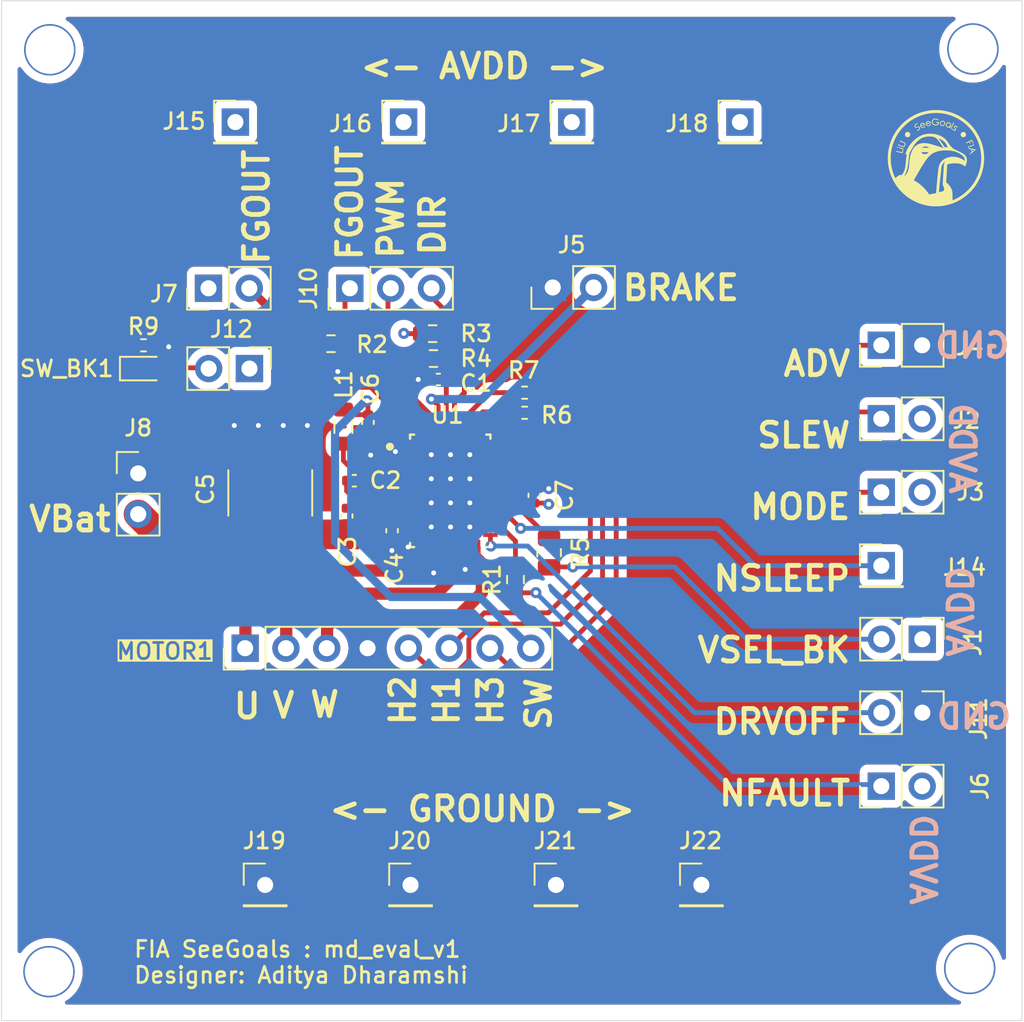
<source format=kicad_pcb>
(kicad_pcb (version 20241229) (generator "pcbnew") (generator_version "9.0")
  (layers (0 "F.Cu" signal) (4 "In1.Cu" signal) (6 "In2.Cu" signal) (2 "B.Cu" signal) (13 "F.Paste" user) (15 "B.Paste" user) (5 "F.SilkS" user "F.Silkscreen") (7 "B.SilkS" user "B.Silkscreen") (1 "F.Mask" user) (3 "B.Mask" user) (25 "Edge.Cuts" user))
  (net 0 "")
  (net 1 "Net-(U1-ILIM)")
  (net 2 "GND")
  (net 3 "Net-(U1-CPH)")
  (net 4 "Net-(U1-CPL)")
  (net 5 "Net-(U1-CP)")
  (net 6 "/Vbat")
  (net 7 "/SW_BK")
  (net 8 "/AVDD")
  (net 9 "Net-(J1-Pin_2)")
  (net 10 "Net-(J2-Pin_1)")
  (net 11 "Net-(J3-Pin_1)")
  (net 12 "Net-(J4-Pin_1)")
  (net 13 "Net-(J5-Pin_2)")
  (net 14 "Net-(J6-Pin_1)")
  (net 15 "Net-(J7-Pin_2)")
  (net 16 "Net-(U1-SW_BK)")
  (net 17 "/H1")
  (net 18 "/H3")
  (net 19 "/W")
  (net 20 "/U")
  (net 21 "/V")
  (net 22 "/H2")
  (net 23 "/PWM")
  (net 24 "/DIR")
  (net 25 "/FGOUT")
  (net 26 "/nFault")
  (net 27 "Net-(U1-VSEL_BK)")
  (net 28 "Net-(U1-SLEW)")
  (net 29 "Net-(U1-ADVANCE)")
  (net 34 "Net-(J11-Pin_2)")
  (net 35 "Net-(SW_BK1-K)")
  (net 36 "Net-(J14-Pin_1)")
  (net 37 "Net-(J12-Pin_2)")
  (footprint "Connector_PinHeader_2.54mm:PinHeader_1x02_P2.54mm_Vertical" (layer "F.Cu") (at 154.95 57.675)
    (property "Reference" "J8" (at 0 -2.825 0) (layer "F.SilkS") (effects (font (thickness 0.17018))))
    (property "Value" "Conn_01x02")
    (pad "1" thru_hole rect (at 0 0) (size 1.7 1.7) (drill 1) (layers "*.Cu" "*.Mask") (net 2 "GND"))
    (pad "2" thru_hole oval (at 0 2.54) (size 1.7 1.7) (drill 1) (layers "*.Cu" "*.Mask") (net 6 "/Vbat"))
  )
  (footprint "Connector_PinHeader_2.54mm:PinHeader_1x01_P2.54mm_Vertical" (layer "F.Cu") (at 161 35.8)
    (property "Reference" "J15" (at -3.2 -0.05 0) (layer "F.SilkS") (effects (font (thickness 0.17018))))
    (property "Value" "Conn_01x01")
    (pad "1" thru_hole rect (at 0 0) (size 1.7 1.7) (drill 1) (layers "*.Cu" "*.Mask") (net 8 "/AVDD"))
  )
  (footprint "Resistor_SMD:R_0603_1608Metric" (layer "F.Cu") (at 166.95 49.6)
    (property "Reference" "R2" (at 2.55 0.05 0) (layer "F.SilkS") (effects (font (thickness 0.17018))))
    (property "Value" "5k1")
    (pad "1" smd roundrect (at -0.825 0) (size 0.8 0.95) (layers "F.Cu" "F.Mask" "F.Paste") (net 15 "Net-(J7-Pin_2)"))
    (pad "2" smd roundrect (at 0.825 0) (size 0.8 0.95) (layers "F.Cu" "F.Mask" "F.Paste") (net 25 "/FGOUT"))
  )
  (footprint "Capacitor_SMD:C_2220_5750Metric" (layer "F.Cu") (at 163.1698 58.894438 90)
    (property "Reference" "C5" (at 0.232 -4.0298 90) (layer "F.SilkS") (effects (font (thickness 0.17018))))
    (property "Value" "22uF")
    (pad "1" smd roundrect (at -2.55 0 90) (size 1.8 5.4) (layers "F.Cu" "F.Mask" "F.Paste") (roundrect_rratio 0.138889) (net 6 "/Vbat"))
    (pad "2" smd roundrect (at 2.55 0 90) (size 1.8 5.4) (layers "F.Cu" "F.Mask" "F.Paste") (roundrect_rratio 0.138889) (net 2 "GND"))
  )
  (footprint "Connector_PinHeader_2.54mm:PinHeader_1x02_P2.54mm_Vertical" (layer "F.Cu") (at 161.875 51.15 -90)
    (property "Reference" "J12" (at -2.45 1.125 180) (layer "F.SilkS") (effects (font (thickness 0.17018))))
    (property "Value" "Conn_01x02")
    (pad "1" thru_hole rect (at 0 0 270) (size 1.7 1.7) (drill 1) (layers "*.Cu" "*.Mask") (net 7 "/SW_BK"))
    (pad "2" thru_hole oval (at 0 2.54 270) (size 1.7 1.7) (drill 1) (layers "*.Cu" "*.Mask") (net 37 "Net-(J12-Pin_2)"))
  )
  (footprint "Connector_PinHeader_2.54mm:PinHeader_1x01_P2.54mm_Vertical" (layer "F.Cu") (at 201.2 63.425)
    (property "Reference" "J14" (at 5.175 0.1 0) (layer "F.SilkS") (effects (font (thickness 0.17018))))
    (property "Value" "Conn_01x01")
    (pad "1" thru_hole rect (at 0 0) (size 1.7 1.7) (drill 1) (layers "*.Cu" "*.Mask") (net 36 "Net-(J14-Pin_1)"))
  )
  (footprint "Capacitor_SMD:C_0402_1005Metric" (layer "F.Cu") (at 167.925 60.325 -90)
    (property "Reference" "C3" (at 2.234954 -0.054933 90) (layer "F.SilkS") (effects (font (thickness 0.17018))))
    (property "Value" "1uF")
    (pad "1" smd roundrect (at -0.48 0 270) (size 0.56 0.62) (layers "F.Cu" "F.Mask" "F.Paste") (net 5 "Net-(U1-CP)"))
    (pad "2" smd roundrect (at 0.48 0 270) (size 0.56 0.62) (layers "F.Cu" "F.Mask" "F.Paste") (net 6 "/Vbat"))
  )
  (footprint "Connector_PinHeader_2.54mm:PinHeader_1x01_P2.54mm_Vertical" (layer "F.Cu") (at 162.85 83.3)
    (property "Reference" "J19" (at -0.05 -2.75 0) (layer "F.SilkS") (effects (font (thickness 0.17018))))
    (property "Value" "Conn_01x01")
    (pad "1" thru_hole rect (at 0 0) (size 1.7 1.7) (drill 1) (layers "*.Cu" "*.Mask") (net 2 "GND"))
  )
  (footprint "Connector_PinHeader_2.54mm:PinHeader_1x08_P2.54mm_Vertical" (layer "F.Cu") (at 161.604933 68.559954 90)
    (property "Reference" "MOTOR1" (at -0.190046 -5.004933 0) (layer "F.SilkS" knockout) (effects (font (thickness 0.17018) (bold yes))))
    (property "Value" "Conn_01x08")
    (pad "1" thru_hole rect (at 0 0 90) (size 1.7 1.7) (drill 1) (layers "*.Cu" "*.Mask") (net 20 "/U"))
    (pad "2" thru_hole oval (at 0 2.54 90) (size 1.7 1.7) (drill 1) (layers "*.Cu" "*.Mask") (net 21 "/V"))
    (pad "3" thru_hole oval (at 0 5.079999 90) (size 1.7 1.7) (drill 1) (layers "*.Cu" "*.Mask") (net 19 "/W"))
    (pad "4" thru_hole oval (at 0 7.62 90) (size 1.7 1.7) (drill 1) (layers "*.Cu" "*.Mask") (net 2 "GND"))
    (pad "5" thru_hole oval (at 0 10.16 90) (size 1.7 1.7) (drill 1) (layers "*.Cu" "*.Mask") (net 22 "/H2"))
    (pad "6" thru_hole oval (at 0 12.7 90) (size 1.7 1.7) (drill 1) (layers "*.Cu" "*.Mask") (net 17 "/H1"))
    (pad "7" thru_hole oval (at 0 15.24 90) (size 1.7 1.7) (drill 1) (layers "*.Cu" "*.Mask") (net 18 "/H3"))
    (pad "8" thru_hole oval (at 0 17.780001 90) (size 1.7 1.7) (drill 1) (layers "*.Cu" "*.Mask") (net 7 "/SW_BK"))
  )
  (footprint "Connector_PinHeader_2.54mm:PinHeader_1x02_P2.54mm_Vertical" (layer "F.Cu") (at 180.75 46.1 90)
    (property "Reference" "J5" (at 2.65 1.174999 0) (layer "F.SilkS") (effects (font (thickness 0.17018))))
    (property "Value" "Conn_01x02")
    (pad "1" thru_hole rect (at 0 0 90) (size 1.7 1.7) (drill 1) (layers "*.Cu" "*.Mask") (net 2 "GND"))
    (pad "2" thru_hole oval (at 0 2.54 90) (size 1.7 1.7) (drill 1) (layers "*.Cu" "*.Mask") (net 13 "Net-(J5-Pin_2)"))
  )
  (footprint "" (layer "F.Cu") (at 149.45 31.3)
    (property "Reference" "MH2" (hide yes))
    (property "Value" "" (hide yes))
    (pad "" np_thru_hole circle (at 0 0) (size 3.2 3.2) (drill 3) (layers "*.Cu" "*.Mask"))
  )
  (footprint "Connector_PinHeader_2.54mm:PinHeader_1x02_P2.54mm_Vertical" (layer "F.Cu") (at 201.2 54.275 90)
    (property "Reference" "J2" (at -0.1 5.3 180) (layer "F.SilkS") (effects (font (thickness 0.17018))))
    (property "Value" "Conn_01x02")
    (pad "1" thru_hole rect (at 0 0 90) (size 1.7 1.7) (drill 1) (layers "*.Cu" "*.Mask") (net 10 "Net-(J2-Pin_1)"))
    (pad "2" thru_hole oval (at 0 2.54 90) (size 1.7 1.7) (drill 1) (layers "*.Cu" "*.Mask") (net 8 "/AVDD"))
  )
  (footprint "Resistor_SMD:R_0805_2012Metric" (layer "F.Cu") (at 180.520927 62.612401 -90)
    (property "Reference" "R5" (at 0 -1.959006 90) (layer "F.SilkS") (effects (font (thickness 0.17018))))
    (property "Value" "1M")
    (pad "1" smd roundrect (at -0.9125 0 270) (size 1.025 1.4) (layers "F.Cu" "F.Mask" "F.Paste") (roundrect_rratio 0.243902) (net 27 "Net-(U1-VSEL_BK)"))
    (pad "2" smd roundrect (at 0.9125 0 270) (size 1.025 1.4) (layers "F.Cu" "F.Mask" "F.Paste") (roundrect_rratio 0.243902) (net 9 "Net-(J1-Pin_2)"))
  )
  (footprint "Connector_PinHeader_2.54mm:PinHeader_1x02_P2.54mm_Vertical" (layer "F.Cu") (at 201.2 49.7 90)
    (property "Reference" "J4" (at -0.1 5.5 180) (layer "F.SilkS") (effects (font (thickness 0.17018))))
    (property "Value" "Conn_01x02")
    (pad "1" thru_hole rect (at 0 0 90) (size 1.7 1.7) (drill 1) (layers "*.Cu" "*.Mask") (net 12 "Net-(J4-Pin_1)"))
    (pad "2" thru_hole oval (at 0 2.54 90) (size 1.7 1.7) (drill 1) (layers "*.Cu" "*.Mask") (net 2 "GND"))
  )
  (footprint "Connector_PinHeader_2.54mm:PinHeader_1x02_P2.54mm_Vertical" (layer "F.Cu") (at 201.2 77.15 90)
    (property "Reference" "J6" (at 0 6.145 90) (layer "F.SilkS") (effects (font (thickness 0.17018))))
    (property "Value" "Conn_01x02")
    (pad "1" thru_hole rect (at 0 0 90) (size 1.7 1.7) (drill 1) (layers "*.Cu" "*.Mask") (net 14 "Net-(J6-Pin_1)"))
    (pad "2" thru_hole oval (at 0 2.54 90) (size 1.7 1.7) (drill 1) (layers "*.Cu" "*.Mask") (net 8 "/AVDD"))
  )
  (footprint "Resistor_SMD:R_0603_1608Metric" (layer "F.Cu") (at 173.325 50.525 180)
    (property "Reference" "R4" (at -2.654933 0 0) (layer "F.SilkS") (effects (font (thickness 0.17018))))
    (property "Value" "20k")
    (pad "1" smd roundrect (at -0.825 0 180) (size 0.8 0.95) (layers "F.Cu" "F.Mask" "F.Paste") (net 1 "Net-(U1-ILIM)"))
    (pad "2" smd roundrect (at 0.825 0 180) (size 0.8 0.95) (layers "F.Cu" "F.Mask" "F.Paste") (net 2 "GND"))
  )
  (footprint "" (layer "F.Cu") (at 206.7 88.5)
    (property "Reference" "MH2" (hide yes))
    (property "Value" "" (hide yes))
    (pad "" np_thru_hole circle (at 0 0) (size 3.2 3.2) (drill 3) (layers "*.Cu" "*.Mask"))
  )
  (footprint "Capacitor_SMD:C_0402_1005Metric" (layer "F.Cu") (at 179.6 59.045 90)
    (property "Reference" "C7" (at 0 1.879933 90) (layer "F.SilkS") (effects (font (thickness 0.17018))))
    (property "Value" "1uF")
    (pad "1" smd roundrect (at -0.48 0 90) (size 0.56 0.62) (layers "F.Cu" "F.Mask" "F.Paste") (net 8 "/AVDD"))
    (pad "2" smd roundrect (at 0.48 0 90) (size 0.56 0.62) (layers "F.Cu" "F.Mask" "F.Paste") (net 2 "GND"))
  )
  (footprint "LOGO" (layer "F.Cu") (at 204.6 38.05)
    (property "Reference" "G***" (hide yes))
    (property "Value" "LOGO" (hide yes))
  )
  (footprint "Connector_PinHeader_2.54mm:PinHeader_1x01_P2.54mm_Vertical" (layer "F.Cu") (at 171.9 83.3)
    (property "Reference" "J20" (at -0.05 -2.75 0) (layer "F.SilkS") (effects (font (thickness 0.17018))))
    (property "Value" "Conn_01x01")
    (pad "1" thru_hole rect (at 0 0) (size 1.7 1.7) (drill 1) (layers "*.Cu" "*.Mask") (net 2 "GND"))
  )
  (footprint "Connector_PinHeader_2.54mm:PinHeader_1x01_P2.54mm_Vertical" (layer "F.Cu") (at 192.4 35.8)
    (property "Reference" "J18" (at -3.3 0.1 0) (layer "F.SilkS") (effects (font (thickness 0.17018))))
    (property "Value" "Conn_01x01")
    (pad "1" thru_hole rect (at 0 0) (size 1.7 1.7) (drill 1) (layers "*.Cu" "*.Mask") (net 8 "/AVDD"))
  )
  (footprint "Connector_PinHeader_2.54mm:PinHeader_1x01_P2.54mm_Vertical" (layer "F.Cu") (at 190 83.3)
    (property "Reference" "J22" (at -0.05 -2.75 0) (layer "F.SilkS") (effects (font (thickness 0.17018))))
    (property "Value" "Conn_01x01")
    (pad "1" thru_hole rect (at 0 0) (size 1.7 1.7) (drill 1) (layers "*.Cu" "*.Mask") (net 2 "GND"))
  )
  (footprint "Resistor_SMD:R_0402_1005Metric" (layer "F.Cu") (at 155.280002 49.7)
    (property "Reference" "R9" (at 0 -1.17 0) (layer "F.SilkS") (effects (font (thickness 0.17018))))
    (property "Value" "200")
    (pad "1" smd roundrect (at -0.509999 0) (size 0.54 0.64) (layers "F.Cu" "F.Mask" "F.Paste") (net 35 "Net-(SW_BK1-K)"))
    (pad "2" smd roundrect (at 0.509999 0) (size 0.54 0.64) (layers "F.Cu" "F.Mask" "F.Paste") (net 2 "GND"))
  )
  (footprint "MotorDriver:RGF0040E-IPC_A" (layer "F.Cu") (at 174.370927 58.762401)
    (property "Reference" "U1" (at -0.170927 -4.712401 0) (layer "F.SilkS") (effects (font (thickness 0.17018))))
    (property "Value" "MCT8316Z0TRGFR")
    (pad "1" smd rect (at -2.503033 -2.75 90) (size 0.242473 0.906066) (layers "F.Cu" "F.Mask" "F.Paste"))
    (pad "2" smd rect (at -2.503033 -2.250001 90) (size 0.242473 0.906066) (layers "F.Cu" "F.Mask" "F.Paste") (net 2 "GND"))
    (pad "3" smd rect (at -2.503033 -1.749999 90) (size 0.242473 0.906066) (layers "F.Cu" "F.Mask" "F.Paste") (net 7 "/SW_BK"))
    (pad "4" smd rect (at -2.503033 -1.25 90) (size 0.242473 0.906066) (layers "F.Cu" "F.Mask" "F.Paste") (net 2 "GND"))
    (pad "5" smd rect (at -2.503033 -0.750001 90) (size 0.242473 0.906066) (layers "F.Cu" "F.Mask" "F.Paste") (net 16 "Net-(U1-SW_BK)"))
    (pad "6" smd rect (at -2.503033 -0.25 90) (size 0.242473 0.906066) (layers "F.Cu" "F.Mask" "F.Paste") (net 4 "Net-(U1-CPL)"))
    (pad "7" smd rect (at -2.503033 0.25 90) (size 0.242473 0.906066) (layers "F.Cu" "F.Mask" "F.Paste") (net 3 "Net-(U1-CPH)"))
    (pad "8" smd rect (at -2.503033 0.750001 90) (size 0.242473 0.906066) (layers "F.Cu" "F.Mask" "F.Paste") (net 5 "Net-(U1-CP)"))
    (pad "9" smd rect (at -2.503033 1.25 90) (size 0.242473 0.906066) (layers "F.Cu" "F.Mask" "F.Paste") (net 6 "/Vbat"))
    (pad "10" smd rect (at -2.503033 1.749999 90) (size 0.242473 0.906066) (layers "F.Cu" "F.Mask" "F.Paste") (net 6 "/Vbat"))
    (pad "11" smd rect (at -2.503033 2.250001 90) (size 0.242473 0.906066) (layers "F.Cu" "F.Mask" "F.Paste") (net 6 "/Vbat"))
    (pad "12" smd rect (at -2.503033 2.75 90) (size 0.242473 0.906066) (layers "F.Cu" "F.Mask" "F.Paste") (net 2 "GND"))
    (pad "13" smd rect (at -1.749999 3.503033) (size 0.242473 0.906066) (layers "F.Cu" "F.Mask" "F.Paste") (net 20 "/U"))
    (pad "14" smd rect (at -1.25 3.503033) (size 0.242473 0.906066) (layers "F.Cu" "F.Mask" "F.Paste") (net 20 "/U"))
    (pad "15" smd rect (at -0.750001 3.503033) (size 0.242473 0.906066) (layers "F.Cu" "F.Mask" "F.Paste") (net 2 "GND"))
    (pad "16" smd rect (at -0.25 3.503033) (size 0.242473 0.906066) (layers "F.Cu" "F.Mask" "F.Paste") (net 21 "/V"))
    (pad "17" smd rect (at 0.25 3.503033) (size 0.242473 0.906066) (layers "F.Cu" "F.Mask" "F.Paste") (net 21 "/V"))
    (pad "18" smd rect (at 0.750001 3.503033) (size 0.242473 0.906066) (layers "F.Cu" "F.Mask" "F.Paste") (net 2 "GND"))
    (pad "19" smd rect (at 1.25 3.503033) (size 0.242473 0.906066) (layers "F.Cu" "F.Mask" "F.Paste") (net 19 "/W"))
    (pad "20" smd rect (at 1.749999 3.503033) (size 0.242473 0.906066) (layers "F.Cu" "F.Mask" "F.Paste") (net 19 "/W"))
    (pad "21" smd rect (at 2.503033 2.75 90) (size 0.242473 0.906066) (layers "F.Cu" "F.Mask" "F.Paste") (net 34 "Net-(J11-Pin_2)"))
    (pad "22" smd rect (at 2.503033 2.250001 90) (size 0.242473 0.906066) (layers "F.Cu" "F.Mask" "F.Paste") (net 26 "/nFault"))
    (pad "23" smd rect (at 2.503033 1.749999 90) (size 0.242473 0.906066) (layers "F.Cu" "F.Mask" "F.Paste") (net 36 "Net-(J14-Pin_1)"))
    (pad "24" smd rect (at 2.503033 1.25 90) (size 0.242473 0.906066) (layers "F.Cu" "F.Mask" "F.Paste") (net 27 "Net-(U1-VSEL_BK)"))
    (pad "25" smd rect (at 2.503033 0.750001 90) (size 0.242473 0.906066) (layers "F.Cu" "F.Mask" "F.Paste") (net 8 "/AVDD"))
    (pad "26" smd rect (at 2.503033 0.25 90) (size 0.242473 0.906066) (layers "F.Cu" "F.Mask" "F.Paste") (net 2 "GND"))
    (pad "27" smd rect (at 2.503033 -0.25 90) (size 0.242473 0.906066) (layers "F.Cu" "F.Mask" "F.Paste") (net 17 "/H1"))
    (pad "28" smd rect (at 2.503033 -0.750001 90) (size 0.242473 0.906066) (layers "F.Cu" "F.Mask" "F.Paste"))
    (pad "29" smd rect (at 2.503033 -1.25 90) (size 0.242473 0.906066) (layers "F.Cu" "F.Mask" "F.Paste") (net 22 "/H2"))
    (pad "30" smd rect (at 2.503033 -1.749999 90) (size 0.242473 0.906066) (layers "F.Cu" "F.Mask" "F.Paste"))
    (pad "31" smd rect (at 2.503033 -2.250001 90) (size 0.242473 0.906066) (layers "F.Cu" "F.Mask" "F.Paste") (net 18 "/H3"))
    (pad "32" smd rect (at 2.503033 -2.75 90) (size 0.242473 0.906066) (layers "F.Cu" "F.Mask" "F.Paste"))
    (pad "33" smd rect (at 1.749999 -3.503033) (size 0.242473 0.906066) (layers "F.Cu" "F.Mask" "F.Paste") (net 11 "Net-(J3-Pin_1)"))
    (pad "34" smd rect (at 1.25 -3.503033) (size 0.242473 0.906066) (layers "F.Cu" "F.Mask" "F.Paste") (net 28 "Net-(U1-SLEW)"))
    (pad "35" smd rect (at 0.750001 -3.503033) (size 0.242473 0.906066) (layers "F.Cu" "F.Mask" "F.Paste") (net 29 "Net-(U1-ADVANCE)"))
    (pad "36" smd rect (at 0.25 -3.503033) (size 0.242473 0.906066) (layers "F.Cu" "F.Mask" "F.Paste") (net 24 "/DIR"))
    (pad "37" smd rect (at -0.25 -3.503033) (size 0.242473 0.906066) (layers "F.Cu" "F.Mask" "F.Paste") (net 1 "Net-(U1-ILIM)"))
    (pad "38" smd rect (at -0.750001 -3.503033) (size 0.242473 0.906066) (layers "F.Cu" "F.Mask" "F.Paste") (net 13 "Net-(J5-Pin_2)"))
    (pad "39" smd rect (at -1.25 -3.503033) (size 0.242473 0.906066) (layers "F.Cu" "F.Mask" "F.Paste") (net 23 "/PWM"))
    (pad "40" smd rect (at -1.749999 -3.503033) (size 0.242473 0.906066) (layers "F.Cu" "F.Mask" "F.Paste") (net 25 "/FGOUT"))
    (pad "41" smd rect (at 0 0) (size 3.8 5.800001) (layers "F.Cu" "F.Mask") (net 2 "GND"))
  )
  (footprint "Connector_PinHeader_2.54mm:PinHeader_1x01_P2.54mm_Vertical" (layer "F.Cu") (at 181.933333 35.8)
    (property "Reference" "J17" (at -3.3 0.1 0) (layer "F.SilkS") (effects (font (thickness 0.17018))))
    (property "Value" "Conn_01x01")
    (pad "1" thru_hole rect (at 0 0) (size 1.7 1.7) (drill 1) (layers "*.Cu" "*.Mask") (net 8 "/AVDD"))
  )
  (footprint "Connector_PinHeader_2.54mm:PinHeader_1x02_P2.54mm_Vertical" (layer "F.Cu") (at 159.325 46.15 90)
    (property "Reference" "J7" (at -0.35 -2.775 180) (layer "F.SilkS") (effects (font (thickness 0.17018))))
    (property "Value" "Conn_01x02")
    (pad "1" thru_hole rect (at 0 0 90) (size 1.7 1.7) (drill 1) (layers "*.Cu" "*.Mask") (net 8 "/AVDD"))
    (pad "2" thru_hole oval (at 0 2.54 90) (size 1.7 1.7) (drill 1) (layers "*.Cu" "*.Mask") (net 15 "Net-(J7-Pin_2)"))
  )
  (footprint "Connector_PinHeader_2.54mm:PinHeader_1x02_P2.54mm_Vertical" (layer "F.Cu") (at 201.2 58.85 90)
    (property "Reference" "J3" (at 0 5.55 180) (layer "F.SilkS") (effects (font (thickness 0.17018))))
    (property "Value" "Conn_01x02")
    (pad "1" thru_hole rect (at 0 0 90) (size 1.7 1.7) (drill 1) (layers "*.Cu" "*.Mask") (net 11 "Net-(J3-Pin_1)"))
    (pad "2" thru_hole oval (at 0 2.54 90) (size 1.7 1.7) (drill 1) (layers "*.Cu" "*.Mask") (net 8 "/AVDD"))
  )
  (footprint "Resistor_SMD:R_0402_1005Metric" (layer "F.Cu") (at 179 52.65)
    (property "Reference" "R7" (at -0.0608 -1.393934 0) (layer "F.SilkS") (effects (font (thickness 0.17018))))
    (property "Value" "22k")
    (pad "1" smd roundrect (at -0.509999 0) (size 0.54 0.64) (layers "F.Cu" "F.Mask" "F.Paste") (net 29 "Net-(U1-ADVANCE)"))
    (pad "2" smd roundrect (at 0.509999 0) (size 0.54 0.64) (layers "F.Cu" "F.Mask" "F.Paste") (net 12 "Net-(J4-Pin_1)"))
  )
  (footprint "Connector_PinHeader_2.54mm:PinHeader_1x02_P2.54mm_Vertical" (layer "F.Cu") (at 203.75 72.575 -90)
    (property "Reference" "J11" (at 0.375 -3.5 90) (layer "F.SilkS") (effects (font (thickness 0.17018))))
    (property "Value" "Conn_01x02")
    (pad "1" thru_hole rect (at 0 0 270) (size 1.7 1.7) (drill 1) (layers "*.Cu" "*.Mask") (net 2 "GND"))
    (pad "2" thru_hole oval (at 0 2.54 270) (size 1.7 1.7) (drill 1) (layers "*.Cu" "*.Mask") (net 34 "Net-(J11-Pin_2)"))
  )
  (footprint "Connector_PinHeader_2.54mm:PinHeader_1x02_P2.54mm_Vertical" (layer "F.Cu") (at 203.75 68 -90)
    (property "Reference" "J1" (at 0.2 -3.15 90) (layer "F.SilkS") (effects (font (thickness 0.17018))))
    (property "Value" "Conn_01x02")
    (pad "1" thru_hole rect (at 0 0 270) (size 1.7 1.7) (drill 1) (layers "*.Cu" "*.Mask") (net 8 "/AVDD"))
    (pad "2" thru_hole oval (at 0 2.54 270) (size 1.7 1.7) (drill 1) (layers "*.Cu" "*.Mask") (net 9 "Net-(J1-Pin_2)"))
  )
  (footprint "Capacitor_SMD:C_0402_1005Metric" (layer "F.Cu") (at 168.4022 58.132438)
    (property "Reference" "C2" (at 1.9378 -0.02 0) (layer "F.SilkS") (effects (font (thickness 0.17018))))
    (property "Value" "47nF")
    (pad "1" smd roundrect (at -0.48 0) (size 0.56 0.62) (layers "F.Cu" "F.Mask" "F.Paste") (net 3 "Net-(U1-CPH)"))
    (pad "2" smd roundrect (at 0.48 0) (size 0.56 0.62) (layers "F.Cu" "F.Mask" "F.Paste") (net 4 "Net-(U1-CPL)"))
  )
  (footprint "Resistor_SMD:R_0603_1608Metric" (layer "F.Cu") (at 178.43 64.287438 90)
    (property "Reference" "R1" (at 0 -1.450067 90) (layer "F.SilkS") (effects (font (thickness 0.17018))))
    (property "Value" "5k1")
    (pad "1" smd roundrect (at -0.825 0 90) (size 0.8 0.95) (layers "F.Cu" "F.Mask" "F.Paste") (net 14 "Net-(J6-Pin_1)"))
    (pad "2" smd roundrect (at 0.825 0 90) (size 0.8 0.95) (layers "F.Cu" "F.Mask" "F.Paste") (net 26 "/nFault"))
  )
  (footprint "" (layer "F.Cu") (at 149.4 88.7)
    (property "Reference" "MH2" (hide yes))
    (property "Value" "" (hide yes))
    (pad "" np_thru_hole circle (at 0 0) (size 3.2 3.2) (drill 3) (layers "*.Cu" "*.Mask"))
  )
  (footprint "Connector_PinHeader_2.54mm:PinHeader_1x03_P2.54mm_Vertical" (layer "F.Cu") (at 168.124999 46.15 90)
    (property "Reference" "J10" (at 0 -2.574999 270) (layer "F.SilkS") (effects (font (thickness 0.17018))))
    (property "Value" "Conn_01x03")
    (pad "1" thru_hole rect (at 0 0 90) (size 1.7 1.7) (drill 1) (layers "*.Cu" "*.Mask") (net 25 "/FGOUT"))
    (pad "2" thru_hole oval (at 0 2.54 90) (size 1.7 1.7) (drill 1) (layers "*.Cu" "*.Mask") (net 23 "/PWM"))
    (pad "3" thru_hole oval (at 0 5.079999 90) (size 1.7 1.7) (drill 1) (layers "*.Cu" "*.Mask") (net 24 "/DIR"))
  )
  (footprint "Connector_PinHeader_2.54mm:PinHeader_1x01_P2.54mm_Vertical" (layer "F.Cu") (at 180.95 83.3)
    (property "Reference" "J21" (at -0.05 -2.75 0) (layer "F.SilkS") (effects (font (thickness 0.17018))))
    (property "Value" "Conn_01x01")
    (pad "1" thru_hole rect (at 0 0) (size 1.7 1.7) (drill 1) (layers "*.Cu" "*.Mask") (net 2 "GND"))
  )
  (footprint "Capacitor_SMD:C_0402_1005Metric" (layer "F.Cu") (at 170.75 61.245 -90)
    (property "Reference" "C4" (at 2.355 -0.15 270) (layer "F.SilkS") (effects (font (thickness 0.17018))))
    (property "Value" "0u1F")
    (pad "1" smd roundrect (at -0.48 0 270) (size 0.56 0.62) (layers "F.Cu" "F.Mask" "F.Paste") (net 6 "/Vbat"))
    (pad "2" smd roundrect (at 0.48 0 270) (size 0.56 0.62) (layers "F.Cu" "F.Mask" "F.Paste") (net 2 "GND"))
  )
  (footprint "Connector_PinHeader_2.54mm:PinHeader_1x01_P2.54mm_Vertical" (layer "F.Cu") (at 171.466667 35.8)
    (property "Reference" "J16" (at -3.3 0.1 0) (layer "F.SilkS") (effects (font (thickness 0.17018))))
    (property "Value" "Conn_01x01")
    (pad "1" thru_hole rect (at 0 0) (size 1.7 1.7) (drill 1) (layers "*.Cu" "*.Mask") (net 8 "/AVDD"))
  )
  (footprint "Resistor_SMD:R_0402_1005Metric" (layer "F.Cu") (at 179 53.9)
    (property "Reference" "R6" (at 2 0.15 0) (layer "F.SilkS") (effects (font (thickness 0.17018))))
    (property "Value" "47k")
    (pad "1" smd roundrect (at -0.509999 0) (size 0.54 0.64) (layers "F.Cu" "F.Mask" "F.Paste") (net 28 "Net-(U1-SLEW)"))
    (pad "2" smd roundrect (at 0.509999 0) (size 0.54 0.64) (layers "F.Cu" "F.Mask" "F.Paste") (net 10 "Net-(J2-Pin_1)"))
  )
  (footprint "Capacitor_SMD:C_0402_1005Metric" (layer "F.Cu") (at 169.25 54.5 -90)
    (property "Reference" "C6" (at -2.1 -0.15 90) (layer "F.SilkS") (effects (font (thickness 0.17018))))
    (property "Value" "22uF")
    (pad "1" smd roundrect (at -0.48 0 270) (size 0.56 0.62) (layers "F.Cu" "F.Mask" "F.Paste") (net 7 "/SW_BK"))
    (pad "2" smd roundrect (at 0.48 0 270) (size 0.56 0.62) (layers "F.Cu" "F.Mask" "F.Paste") (net 2 "GND"))
  )
  (footprint "Capacitor_SMD:C_0402_1005Metric" (layer "F.Cu") (at 173.629933 51.829954 180)
    (property "Reference" "C1" (at -2.35 -0.23 0) (layer "F.SilkS") (effects (font (thickness 0.17018))))
    (property "Value" "100nF")
    (pad "1" smd roundrect (at -0.48 0 180) (size 0.56 0.62) (layers "F.Cu" "F.Mask" "F.Paste") (net 1 "Net-(U1-ILIM)"))
    (pad "2" smd roundrect (at 0.48 0 180) (size 0.56 0.62) (layers "F.Cu" "F.Mask" "F.Paste") (net 2 "GND"))
  )
  (footprint "Inductor_SMD:L_0805_2012Metric" (layer "F.Cu") (at 167.720927 54.762401 90)
    (property "Reference" "L1" (at 2.612401 0.029073 90) (layer "F.SilkS") (effects (font (thickness 0.17018))))
    (property "Value" "47uH")
    (pad "1" smd roundrect (at -1.0625 0 90) (size 0.875 1.2) (layers "F.Cu" "F.Mask" "F.Paste") (net 16 "Net-(U1-SW_BK)"))
    (pad "2" smd roundrect (at 1.0625 0 90) (size 0.875 1.2) (layers "F.Cu" "F.Mask" "F.Paste") (net 7 "/SW_BK"))
  )
  (footprint "" (layer "F.Cu") (at 206.9 31.25)
    (property "Reference" "MH2" (hide yes))
    (property "Value" "" (hide yes))
    (pad "" np_thru_hole circle (at 0 0) (size 3.2 3.2) (drill 3) (layers "*.Cu" "*.Mask"))
  )
  (footprint "LED_SMD:LED_0603_1608Metric" (layer "F.Cu") (at 155.3 51.15)
    (property "Reference" "SW_BK1" (at -4.8 0 180) (layer "F.SilkS") (effects (font (thickness 0.17018))))
    (property "Value" "RED LED")
    (pad "1" smd roundrect (at -0.787501 0) (size 0.875 0.95) (layers "F.Cu" "F.Mask" "F.Paste") (net 35 "Net-(SW_BK1-K)"))
    (pad "2" smd roundrect (at 0.787501 0) (size 0.875 0.95) (layers "F.Cu" "F.Mask" "F.Paste") (net 37 "Net-(J12-Pin_2)"))
  )
  (footprint "Resistor_SMD:R_0603_1608Metric" (layer "F.Cu") (at 173.275 48.975)
    (property "Reference" "R3" (at 2.704933 0 0) (layer "F.SilkS") (effects (font (thickness 0.17018))))
    (property "Value" "27k")
    (pad "1" smd roundrect (at -0.825 0) (size 0.8 0.95) (layers "F.Cu" "F.Mask" "F.Paste") (net 8 "/AVDD"))
    (pad "2" smd roundrect (at 0.825 0) (size 0.8 0.95) (layers "F.Cu" "F.Mask" "F.Paste") (net 1 "Net-(U1-ILIM)"))
  )
  (gr_poly (pts (xy 171.748406 60.000002) (xy 168.748331 60.000002) (xy 168.25 60.65) (xy 160.353333 60.650003) (xy 160.353332 62.300002) (xy 168.613335 62.300002) (xy 168.623406 62.3126) (xy 169.453333 61.550002) (xy 170.023406 61.000002) (xy 172.198332 61.000003) (xy 172.198331 60.000002)) (stroke (width 0.2)) (fill yes) (layer "F.Cu") (net 6))
  (gr_rect (start 146.45 28.25) (end 209.95 91.75) (stroke (width 0.05)) (fill no) (layer "Edge.Cuts"))
  (gr_text "DRVOFF" (at 190.600001 74.016667 0) (layer "F.SilkS") (effects (font (size 1.5 1.5) (thickness 0.3) (bold yes)) (justify left bottom)))
  (gr_text "NSLEEP" (at 190.6 65.1 0) (layer "F.SilkS") (effects (font (size 1.5 1.5) (thickness 0.3) (bold yes)) (justify left bottom)))
  (gr_text "<- GROUND ->" (at 166.7 79.45 0) (layer "F.SilkS") (effects (font (size 1.5 1.5) (thickness 0.3) (bold yes)) (justify left bottom)))
  (gr_text "V" (at 163.15 73 0) (layer "F.SilkS") (effects (font (size 1.5 1.5) (thickness 0.3) (bold yes)) (justify left bottom)))
  (gr_text "FGOUT" (at 163.195 44.82 90) (layer "F.SilkS") (effects (font (size 1.5 1.5) (thickness 0.3) (bold yes)) (justify left bottom)))
  (gr_text "<- AVDD ->" (at 168.65 33.2 0) (layer "F.SilkS") (effects (font (size 1.5 1.5) (thickness 0.3) (bold yes)) (justify left bottom)))
  (gr_text "SLEW" (at 193.314286 56.183333 0) (layer "F.SilkS") (effects (font (size 1.5 1.5) (thickness 0.3) (bold yes)) (justify left bottom)))
  (gr_text "MODE" (at 192.885714 60.641667 0) (layer "F.SilkS") (effects (font (size 1.5 1.5) (thickness 0.3) (bold yes)) (justify left bottom)))
  (gr_text "FIA SeeGoals : md_eval_v1\nDesigner: Aditya Dharamshi" (at 154.6 89.5 0) (layer "F.SilkS") (effects (font (size 1 1) (thickness 0.17)) (justify left bottom)))
  (gr_text "BRAKE" (at 184.95 47 0) (layer "F.SilkS") (effects (font (size 1.5 1.5) (thickness 0.3) (bold yes)) (justify left bottom)))
  (gr_text "DIR" (at 174.15 44.25 90) (layer "F.SilkS") (effects (font (size 1.5 1.5) (thickness 0.3) (bold yes)) (justify left bottom)))
  (gr_text "FGOUT" (at 169 44.55 90) (layer "F.SilkS") (effects (font (size 1.5 1.5) (thickness 0.3) (bold yes)) (justify left bottom)))
  (gr_text "H2" (at 172.3 73.5 90) (layer "F.SilkS") (effects (font (size 1.5 1.5) (thickness 0.3) (bold yes)) (justify left bottom)))
  (gr_text "NFAULT" (at 190.957143 78.475 0) (layer "F.SilkS") (effects (font (size 1.5 1.5) (thickness 0.3) (bold yes)) (justify left bottom)))
  (gr_text "SW" (at 180.75 73.8 90) (layer "F.SilkS") (effects (font (size 1.5 1.5) (thickness 0.3) (bold yes)) (justify left bottom)))
  (gr_text "ADV" (at 194.957144 51.725 0) (layer "F.SilkS") (effects (font (size 1.5 1.5) (thickness 0.3) (bold yes)) (justify left bottom)))
  (gr_text "H3" (at 177.75 73.5 90) (layer "F.SilkS") (effects (font (size 1.5 1.5) (thickness 0.3) (bold yes)) (justify left bottom)))
  (gr_text "VBat" (at 148 61.4 0) (layer "F.SilkS") (effects (font (size 1.5 1.5) (thickness 0.3) (bold yes)) (justify left bottom)))
  (gr_text "H1" (at 175.025 73.5 90) (layer "F.SilkS") (effects (font (size 1.5 1.5) (thickness 0.3) (bold yes)) (justify left bottom)))
  (gr_text "U" (at 160.75 73.05 0) (layer "F.SilkS") (effects (font (size 1.5 1.5) (thickness 0.3) (bold yes)) (justify left bottom)))
  (gr_text "W" (at 165.5 72.95 0) (layer "F.SilkS") (effects (font (size 1.5 1.5) (thickness 0.3) (bold yes)) (justify left bottom)))
  (gr_text "VSEL_BK" (at 189.600001 69.558333 0) (layer "F.SilkS") (effects (font (size 1.5 1.5) (thickness 0.3) (bold yes)) (justify left bottom)))
  (gr_text "PWM" (at 171.55 44.45 90) (layer "F.SilkS") (effects (font (size 1.5 1.5) (thickness 0.3) (bold yes)) (justify left bottom)))
  (gr_text "AVDD" (at 205.35 59.1 270) (layer "B.SilkS") (effects (font (size 1.5 1.5) (thickness 0.3) (bold yes)) (justify left bottom mirror)))
  (gr_text "AVDD" (at 202.9 84.7 270) (layer "B.SilkS") (effects (font (size 1.5 1.5) (thickness 0.3) (bold yes)) (justify left bottom mirror)))
  (gr_text "GND" (at 209.35 50.6 0) (layer "B.SilkS") (effects (font (size 1.5 1.5) (thickness 0.3) (bold yes)) (justify left bottom mirror)))
  (gr_text "GND" (at 209.45 73.7 0) (layer "B.SilkS") (effects (font (size 1.5 1.5) (thickness 0.3) (bold yes)) (justify left bottom mirror)))
  (gr_text "AVDD" (at 205.15 69.25 270) (layer "B.SilkS") (effects (font (size 1.5 1.5) (thickness 0.3) (bold yes)) (justify left bottom mirror)))
  (segment (start 174.125927 51.9924) (end 174.095925 51.9624) (width 0.3048) (layer "F.Cu") (net 1))
  (segment (start 174.125927 55.209367) (end 174.125927 51.9924) (width 0.3048) (layer "F.Cu") (net 1))
  (segment (start 174.095925 51.9624) (end 174.095928 50.617399) (width 0.3048) (layer "F.Cu") (net 1))
  (segment (start 174.095928 50.617399) (end 174.150926 50.5624) (width 0.3048) (layer "F.Cu") (net 1))
  (segment (start 174.045927 50.562401) (end 174.045927 48.962401) (width 0.3048) (layer "F.Cu") (net 1))
  (segment (start 175.120928 62.265434) (end 175.120928 61.481511) (width 0.3) (layer "F.Cu") (net 2))
  (segment (start 180.5 58.625) (end 180.44 58.565) (width 0.3048) (layer "F.Cu") (net 2))
  (segment (start 176.87396 59.012401) (end 177.685347 59.012401) (width 0.3) (layer "F.Cu") (net 2))
  (segment (start 169.25 56.370021) (end 169.4182 56.538221) (width 0.3) (layer "F.Cu") (net 2))
  (segment (start 173.620926 63.591512) (end 173.34 63.872438) (width 0.3) (layer "F.Cu") (net 2))
  (segment (start 172.5 51.709887) (end 172.379933 51.829954) (width 0.3) (layer "F.Cu") (net 2))
  (segment (start 173.149933 51.829954) (end 172.379933 51.829954) (width 0.3) (layer "F.Cu") (net 2))
  (segment (start 177.685347 59.012401) (end 177.688746 59.009002) (width 0.3) (layer "F.Cu") (net 2))
  (segment (start 173.620926 59.512402) (end 174.370927 58.762401) (width 0.3) (layer "F.Cu") (net 2))
  (segment (start 179.6 58.565) (end 178.685 58.565) (width 0.3048) (layer "F.Cu") (net 2))
  (segment (start 176.87396 59.012401) (end 174.620927 59.012401) (width 0.3) (layer "F.Cu") (net 2))
  (segment (start 163.689619 56.35) (end 163.684057 56.344438) (width 1.8) (layer "F.Cu") (net 2))
  (segment (start 170.39238 57.512401) (end 171.867894 57.512401) (width 0.3) (layer "F.Cu") (net 2))
  (segment (start 173.620926 61.443367) (end 173.189998 61.012439) (width 0.3) (layer "F.Cu") (net 2))
  (segment (start 169.4182 56.538221) (end 170.39238 57.512401) (width 0.3) (layer "F.Cu") (net 2))
  (segment (start 173.189962 56.5124) (end 173.19 56.512438) (width 0.3) (layer "F.Cu") (net 2))
  (segment (start 167.371441 51.334766) (end 167.323769 51.382438) (width 0.3048) (layer "F.Cu") (net 2))
  (segment (start 180.44 58.565) (end 179.6 58.565) (width 0.3048) (layer "F.Cu") (net 2))
  (segment (start 178.240998 59.009002) (end 177.688746 59.009002) (width 0.3048) (layer "F.Cu") (net 2))
  (segment (start 169.25 54.98) (end 169.25 56.370021) (width 0.3) (layer "F.Cu") (net 2))
  (segment (start 171.867894 56.5124) (end 173.189962 56.5124) (width 0.3) (layer "F.Cu") (net 2))
  (segment (start 173.620926 62.265434) (end 173.620926 59.512402) (width 0.3) (layer "F.Cu") (net 2))
  (segment (start 175.120928 62.265434) (end 175.120928 63.472029) (width 0.3) (layer "F.Cu") (net 2))
  (segment (start 161.35 55.1) (end 161.25 55) (width 1.8) (layer "F.Cu") (net 2))
  (segment (start 165.101747 55.1) (end 161.35 55.1) (width 1.8) (layer "F.Cu") (net 2))
  (segment (start 175.120928 61.481511) (end 175.59 61.012439) (width 0.3) (layer "F.Cu") (net 2))
  (segment (start 175.120928 59.512402) (end 174.370927 58.762401) (width 0.3) (layer "F.Cu") (net 2))
  (segment (start 178.685 58.565) (end 178.240998 59.009002) (width 0.3048) (layer "F.Cu") (net 2))
  (segment (start 156.820026 49.765001) (end 156.850001 49.794976) (width 0.3) (layer "F.Cu") (net 2))
  (segment (start 172.5 50.525) (end 172.5 51.709887) (width 0.3) (layer "F.Cu") (net 2))
  (segment (start 171.867894 62.141993) (end 171.749933 62.259954) (width 0.3) (layer "F.Cu") (net 2))
  (segment (start 155.790001 49.765001) (end 156.820026 49.765001) (width 0.3) (layer "F.Cu") (net 2))
  (segment (start 175.120928 62.265434) (end 175.120928 59.512402) (width 0.3) (layer "F.Cu") (net 2))
  (segment (start 173.620926 62.265434) (end 173.620926 63.591512) (width 0.3) (layer "F.Cu") (net 2))
  (segment (start 174.620927 59.012401) (end 174.370927 58.762401) (width 0.3) (layer "F.Cu") (net 2))
  (segment (start 171.867894 61.512401) (end 171.867894 62.141993) (width 0.3) (layer "F.Cu") (net 2))
  (segment (start 170.75 61.725) (end 170.75 62.469887) (width 0.508) (layer "F.Cu") (net 2))
  (segment (start 170.75 62.469887) (end 170.739933 62.479954) (width 0.508) (layer "F.Cu") (net 2))
  (segment (start 175.120928 63.472029) (end 175.303899 63.655) (width 0.3) (layer "F.Cu") (net 2))
  (segment (start 173.620926 62.265434) (end 173.620926 61.443367) (width 0.3) (layer "F.Cu") (net 2))
  (segment (start 171.150686 56.5124) (end 170.958732 56.320446) (width 0.3) (layer "F.Cu") (net 2))
  (segment (start 171.867894 56.5124) (end 171.150686 56.5124) (width 0.3) (layer "F.Cu") (net 2))
  (via (at 162.429 54.694038) (size 0.6858) (drill 0.3048) (layers "F.Cu" "B.Cu") (net 2))
  (via (at 175.589999 59.512439) (size 0.6858) (drill 0.3048) (layers "F.Cu" "B.Cu") (net 2))
  (via (at 175.589999 58.012438) (size 0.6858) (drill 0.3048) (layers "F.Cu" "B.Cu") (net 2))
  (via (at 174.39 61.012439) (size 0.6858) (drill 0.3048) (layers "F.Cu" "B.Cu") (net 2))
  (via (at 173.19 56.512438) (size 0.6858) (drill 0.3048) (layers "F.Cu" "B.Cu") (net 2))
  (via (at 173.189998 58.012439) (size 0.6858) (drill 0.3048) (layers "F.Cu" "B.Cu") (net 2))
  (via (at 170.958732 56.320446) (size 0.6858) (drill 0.3048) (layers "F.Cu" "B.Cu") (net 2))
  (via (at 174.389999 59.51244) (size 0.6858) (drill 0.3048) (layers "F.Cu" "B.Cu") (net 2))
  (via (at 173.189998 61.012439) (size 0.6858) (drill 0.3048) (layers "F.Cu" "B.Cu") (net 2))
  (via (at 167.371441 51.334766) (size 0.6858) (drill 0.3048) (layers "F.Cu" "B.Cu") (net 2))
  (via (at 165.478999 54.694038) (size 0.6858) (drill 0.3048) (layers "F.Cu" "B.Cu") (net 2))
  (via (at 170.739933 62.479954) (size 0.6858) (drill 0.3048) (layers "F.Cu" "B.Cu") (net 2))
  (via (at 174.39 56.512438) (size 0.6858) (drill 0.3048) (layers "F.Cu" "B.Cu") (net 2))
  (via (at 160.929001 54.694038) (size 0.6858) (drill 0.3048) (layers "F.Cu" "B.Cu") (net 2))
  (via (at 173.34 63.872438) (size 0.6858) (drill 0.3048) (layers "F.Cu" "B.Cu") (net 2))
  (via (at 173.189998 59.512439) (size 0.6858) (drill 0.3048) (layers "F.Cu" "B.Cu") (net 2))
  (via (at 175.59 61.012439) (size 0.6858) (drill 0.3048) (layers "F.Cu" "B.Cu") (net 2))
  (via (at 172.379933 51.829954) (size 0.6858) (drill 0.3048) (layers "F.Cu" "B.Cu") (net 2))
  (via (at 163.979 54.694038) (size 0.6858) (drill 0.3048) (layers "F.Cu" "B.Cu") (net 2))
  (via (at 169.4182 56.538221) (size 0.6858) (drill 0.3048) (layers "F.Cu" "B.Cu") (net 2))
  (via (at 174.39 58.012438) (size 0.6858) (drill 0.3048) (layers "F.Cu" "B.Cu") (net 2))
  (via (at 156.850001 49.794976) (size 0.6858) (drill 0.3048) (layers "F.Cu" "B.Cu") (net 2))
  (via (at 180.5 58.625) (size 0.6858) (drill 0.3048) (layers "F.Cu" "B.Cu") (net 2))
  (via (at 175.303899 63.655) (size 0.6858) (drill 0.3048) (layers "F.Cu" "B.Cu") (net 2))
  (via (at 171.749933 62.259954) (size 0.6858) (drill 0.3048) (layers "F.Cu" "B.Cu") (net 2))
  (via (at 175.589999 56.512438) (size 0.6858) (drill 0.3048) (layers "F.Cu" "B.Cu") (net 2))
  (segment (start 171.867894 59.012401) (end 168.16238 59.012401) (width 0.3) (layer "F.Cu") (net 3))
  (segment (start 167.9222 58.772221) (end 167.9222 58.132438) (width 0.3) (layer "F.Cu") (net 3))
  (segment (start 168.16238 59.012401) (end 167.9222 58.772221) (width 0.3) (layer "F.Cu") (net 3))
  (segment (start 169.868159 58.512401) (end 169.488196 58.132438) (width 0.3) (layer "F.Cu") (net 4))
  (segment (start 169.488196 58.132438) (end 168.8822 58.132438) (width 0.3) (layer "F.Cu") (net 4))
  (segment (start 171.867894 58.512401) (end 169.868159 58.512401) (width 0.3) (layer "F.Cu") (net 4))
  (segment (start 168.8822 58.132438) (end 168.8822 58.155238) (width 0.3048) (layer "F.Cu") (net 4))
  (segment (start 171.867894 59.512402) (end 168.257598 59.512402) (width 0.3) (layer "F.Cu") (net 5))
  (segment (start 168.257598 59.512402) (end 167.925 59.845) (width 0.3) (layer "F.Cu") (net 5))
  (segment (start 156.235 61.5) (end 154.95 60.215) (width 1.8) (layer "F.Cu") (net 6))
  (segment (start 163.1698 61.444438) (end 163.114238 61.5) (width 1.8) (layer "F.Cu") (net 6))
  (segment (start 163.114238 61.5) (end 156.235 61.5) (width 1.8) (layer "F.Cu") (net 6))
  (segment (start 171.867894 57.012402) (end 170.652381 57.012402) (width 0.3) (layer "F.Cu") (net 7))
  (segment (start 168.041026 54.02) (end 167.720927 53.699901) (width 0.3) (layer "F.Cu") (net 7))
  (segment (start 169.25 54.02) (end 168.041026 54.02) (width 0.3) (layer "F.Cu") (net 7))
  (segment (start 170.231 56.591021) (end 170.231 53.111021) (width 0.3) (layer "F.Cu") (net 7))
  (segment (start 167.720927 52.6) (end 168.008489 52.312438) (width 0.3) (layer "F.Cu") (net 7))
  (segment (start 167.720927 53.699901) (end 167.720927 52.6) (width 0.3) (layer "F.Cu") (net 7))
  (segment (start 168.55 52.312438) (end 169.432417 52.312438) (width 0.3048) (layer "F.Cu") (net 7))
  (segment (start 168.008489 52.312438) (end 168.55 52.312438) (width 0.3) (layer "F.Cu") (net 7))
  (segment (start 169.432417 52.312438) (end 170.231 53.111021) (width 0.3048) (layer "F.Cu") (net 7))
  (segment (start 169.25 53.2) (end 169.2 53.15) (width 0.3) (layer "F.Cu") (net 7))
  (segment (start 169.25 54.02) (end 169.25 53.2) (width 0.3) (layer "F.Cu") (net 7))
  (segment (start 170.652381 57.012402) (end 170.231 56.591021) (width 0.3) (layer "F.Cu") (net 7))
  (via (at 169.2 53.15) (size 0.6858) (drill 0.3048) (layers "F.Cu" "B.Cu") (net 7))
  (segment (start 169.2 53.15) (end 169.1 53.15) (width 0.508) (layer "B.Cu") (net 7))
  (segment (start 167.2 55.05) (end 167.2 61.9) (width 0.508) (layer "B.Cu") (net 7))
  (segment (start 176.197679 65.372699) (end 179.384934 68.559954) (width 0.508) (layer "B.Cu") (net 7))
  (segment (start 170.672699 65.372699) (end 176.197679 65.372699) (width 0.508) (layer "B.Cu") (net 7))
  (segment (start 167.2 61.9) (end 170.672699 65.372699) (width 0.508) (layer "B.Cu") (net 7))
  (segment (start 169.1 53.15) (end 167.2 55.05) (width 0.508) (layer "B.Cu") (net 7))
  (segment (start 180.5 59.6) (end 180.505 59.605) (width 0.3048) (layer "F.Cu") (net 8))
  (segment (start 180.5 59.6) (end 180.425 59.525) (width 0.3048) (layer "F.Cu") (net 8))
  (segment (start 180.425 59.525) (end 179.6 59.525) (width 0.3048) (layer "F.Cu") (net 8))
  (segment (start 180.505 59.605) (end 180.642562 59.605) (width 0.3048) (layer "F.Cu") (net 8))
  (segment (start 180.545644 59.645644) (end 180.5 59.6) (width 0.3048) (layer "F.Cu") (net 8))
  (segment (start 176.87396 59.512402) (end 179.587402 59.512402) (width 0.3) (layer "F.Cu") (net 8))
  (segment (start 180.64328 59.645644) (end 180.545644 59.645644) (width 0.3048) (layer "F.Cu") (net 8))
  (segment (start 171.479933 48.959954) (end 171.494979 48.975) (width 0.3) (layer "F.Cu") (net 8))
  (segment (start 179.6 59.505) (end 179.6 59.605) (width 0.3048) (layer "F.Cu") (net 8))
  (segment (start 179.6 59.605) (end 179.527438 59.532438) (width 0.3048) (layer "F.Cu") (net 8))
  (segment (start 171.494979 48.975) (end 172.45 48.975) (width 0.3) (layer "F.Cu") (net 8))
  (segment (start 179.587402 59.512402) (end 179.6 59.525) (width 0.3) (layer "F.Cu") (net 8))
  (via (at 171.479933 48.959954) (size 0.6858) (drill 0.3048) (layers "F.Cu" "B.Cu") (net 8))
  (via (at 180.5 59.6) (size 0.6858) (drill 0.3048) (layers "F.Cu" "B.Cu") (net 8))
  (segment (start 180.545828 63.5) (end 182 63.5) (width 0.3) (layer "F.Cu") (net 9))
  (segment (start 180.520927 63.524901) (end 180.545828 63.5) (width 0.3) (layer "F.Cu") (net 9))
  (via (at 182 63.5) (size 0.6858) (drill 0.3048) (layers "F.Cu" "B.Cu") (net 9))
  (segment (start 192.5425 67.7075) (end 192.735 67.9) (width 0.3) (layer "B.Cu") (net 9))
  (segment (start 201.21 68) (end 192.835 68) (width 0.3048) (layer "B.Cu") (net 9))
  (segment (start 192.835 68) (end 192.5425 67.7075) (width 0.3048) (layer "B.Cu") (net 9))
  (segment (start 188.335 63.5) (end 192.5425 67.7075) (width 0.3) (layer "B.Cu") (net 9))
  (segment (start 182 63.5) (end 188.335 63.5) (width 0.3) (layer "B.Cu") (net 9))
  (segment (start 179.509999 53.9) (end 179.559999 53.85) (width 0.3) (layer "F.Cu") (net 10))
  (segment (start 200.775 53.85) (end 201.2 54.275) (width 0.3) (layer "F.Cu") (net 10))
  (segment (start 179.559999 53.85) (end 200.775 53.85) (width 0.3) (layer "F.Cu") (net 10))
  (segment (start 179.469237 53.9) (end 179.509999 53.9) (width 0.3) (layer "F.Cu") (net 10))
  (segment (start 201.2 58.85) (end 193.025 58.85) (width 0.3048) (layer "F.Cu") (net 11))
  (segment (start 193.025 58.85) (end 189.434368 55.259368) (width 0.3048) (layer "F.Cu") (net 11))
  (segment (start 189.434368 55.259368) (end 176.149127 55.259368) (width 0.3048) (layer "F.Cu") (net 11))
  (segment (start 192.625 49.7) (end 189.675 52.65) (width 0.3048) (layer "F.Cu") (net 12))
  (segment (start 179.509999 52.65) (end 189.675 52.65) (width 0.3) (layer "F.Cu") (net 12))
  (segment (start 201.2 49.7) (end 192.625 49.7) (width 0.3048) (layer "F.Cu") (net 12))
  (segment (start 173.620926 53.470926) (end 173.2 53.05) (width 0.3) (layer "F.Cu") (net 13))
  (segment (start 173.620926 55.259368) (end 173.620926 53.470926) (width 0.3) (layer "F.Cu") (net 13))
  (via (at 173.2 53.05) (size 0.6858) (drill 0.3048) (layers "F.Cu" "B.Cu") (net 13))
  (segment (start 183.29 46.1) (end 176.34 53.05) (width 0.508) (layer "B.Cu") (net 13))
  (segment (start 176.34 53.05) (end 173.2 53.05) (width 0.508) (layer "B.Cu") (net 13))
  (segment (start 179.687562 65.112438) (end 179.7 65.1) (width 0.3) (layer "F.Cu") (net 14))
  (segment (start 178.43 65.112438) (end 179.687562 65.112438) (width 0.3) (layer "F.Cu") (net 14))
  (via (at 179.7 65.1) (size 0.6858) (drill 0.3048) (layers "F.Cu" "B.Cu") (net 14))
  (segment (start 179.7 65.1) (end 191.65 77.05) (width 0.3) (layer "B.Cu") (net 14))
  (segment (start 191.65 77.05) (end 201.1 77.05) (width 0.3) (layer "B.Cu") (net 14))
  (segment (start 201.1 77.05) (end 201.2 77.15) (width 0.3) (layer "B.Cu") (net 14))
  (segment (start 165.315 49.6) (end 161.865 46.15) (width 0.508) (layer "F.Cu") (net 15))
  (segment (start 166.125 49.6) (end 165.315 49.6) (width 0.508) (layer "F.Cu") (net 15))
  (segment (start 169.219933 57.149954) (end 167.989933 57.149954) (width 0.3) (layer "F.Cu") (net 16))
  (segment (start 167.720927 56.880948) (end 167.720927 55.824901) (width 0.3) (layer "F.Cu") (net 16))
  (segment (start 170.082379 58.0124) (end 169.219933 57.149954) (width 0.3) (layer "F.Cu") (net 16))
  (segment (start 168.08146 56.024903) (end 167.72396 56.024903) (width 0.3048) (layer "F.Cu") (net 16))
  (segment (start 167.989933 57.149954) (end 167.720927 56.880948) (width 0.3) (layer "F.Cu") (net 16))
  (segment (start 171.867894 58.0124) (end 170.082379 58.0124) (width 0.3) (layer "F.Cu") (net 16))
  (segment (start 180.939964 57.712402) (end 183.09 59.862438) (width 0.3048) (layer "F.Cu") (net 17))
  (segment (start 178.270036 57.712402) (end 180.939964 57.712402) (width 0.3048) (layer "F.Cu") (net 17))
  (segment (start 183.09 63.749887) (end 180.479933 66.359954) (width 0.3048) (layer "F.Cu") (net 17))
  (segment (start 176.490046 66.359954) (end 174.325 68.525) (width 0.3048) (layer "F.Cu") (net 17))
  (segment (start 176.870927 58.512401) (end 177.470037 58.512401) (width 0.3048) (layer "F.Cu") (net 17))
  (segment (start 177.470037 58.512401) (end 178.270036 57.712402) (width 0.3048) (layer "F.Cu") (net 17))
  (segment (start 183.09 59.862438) (end 183.09 63.749887) (width 0.3048) (layer "F.Cu") (net 17))
  (segment (start 180.479933 66.359954) (end 176.490046 66.359954) (width 0.3048) (layer "F.Cu") (net 17))
  (segment (start 182.412401 56.512401) (end 184.7 58.8) (width 0.3048) (layer "F.Cu") (net 18))
  (segment (start 180.079933 69.959954) (end 178.299954 69.959954) (width 0.3048) (layer "F.Cu") (net 18))
  (segment (start 184.7 65.339887) (end 180.079933 69.959954) (width 0.3048) (layer "F.Cu") (net 18))
  (segment (start 178.299954 69.959954) (end 176.865 68.525) (width 0.3048) (layer "F.Cu") (net 18))
  (segment (start 176.870927 56.512401) (end 182.412401 56.512401) (width 0.3048) (layer "F.Cu") (net 18))
  (segment (start 184.7 58.8) (end 184.7 65.339887) (width 0.3048) (layer "F.Cu") (net 18))
  (segment (start 167.265046 66.659954) (end 166.704999 67.220001) (width 0.762) (layer "F.Cu") (net 19))
  (segment (start 176.337485 63.279923) (end 176.337485 65.102402) (width 0.762) (layer "F.Cu") (net 19))
  (segment (start 174.779933 66.659954) (end 167.265046 66.659954) (width 0.762) (layer "F.Cu") (net 19))
  (segment (start 166.704999 67.220001) (end 166.704999 68.525) (width 0.762) (layer "F.Cu") (net 19))
  (segment (start 175.88 62.312438) (end 175.879935 62.312503) (width 0.762) (layer "F.Cu") (net 19))
  (segment (start 175.879935 62.822373) (end 176.337485 63.279923) (width 0.762) (layer "F.Cu") (net 19))
  (segment (start 175.879935 62.312503) (end 175.879935 62.822373) (width 0.762) (layer "F.Cu") (net 19))
  (segment (start 176.337485 65.102402) (end 174.779933 66.659954) (width 0.762) (layer "F.Cu") (net 19))
  (segment (start 163.2 63.725) (end 161.625 65.3) (width 0.762) (layer "F.Cu") (net 20))
  (segment (start 172.002438 63.725) (end 163.2 63.725) (width 0.762) (layer "F.Cu") (net 20))
  (segment (start 172.879933 62.272402) (end 172.879933 62.847505) (width 0.762) (layer "F.Cu") (net 20))
  (segment (start 172.879933 62.847505) (end 172.002438 63.725) (width 0.762) (layer "F.Cu") (net 20))
  (segment (start 161.625 65.3) (end 161.625 68.525) (width 0.762) (layer "F.Cu") (net 20))
  (segment (start 164.165 66.56) (end 164.165 68.525) (width 0.762) (layer "F.Cu") (net 21))
  (segment (start 173.5103 65.165) (end 165.56 65.165) (width 0.762) (layer "F.Cu") (net 21))
  (segment (start 174.37 62.252438) (end 174.379999 62.262437) (width 0.762) (layer "F.Cu") (net 21))
  (segment (start 174.379999 62.262437) (end 174.379999 64.295301) (width 0.762) (layer "F.Cu") (net 21))
  (segment (start 165.56 65.165) (end 164.165 66.56) (width 0.762) (layer "F.Cu") (net 21))
  (segment (start 174.379999 64.295301) (end 173.5103 65.165) (width 0.762) (layer "F.Cu") (net 21))
  (segment (start 181.240046 67.059954) (end 176.479933 67.059954) (width 0.3048) (layer "F.Cu") (net 22))
  (segment (start 178.05486 57.062403) (end 181.712403 57.062403) (width 0.3048) (layer "F.Cu") (net 22))
  (segment (start 173.219954 69.959954) (end 171.785 68.525) (width 0.3048) (layer "F.Cu") (net 22))
  (segment (start 177.60486 57.512401) (end 178.05486 57.062403) (width 0.3048) (layer "F.Cu") (net 22))
  (segment (start 175.5284 68.011487) (end 175.5284 69.311487) (width 0.3048) (layer "F.Cu") (net 22))
  (segment (start 183.85 59.2) (end 183.85 64.45) (width 0.3048) (layer "F.Cu") (net 22))
  (segment (start 183.85 64.45) (end 181.240046 67.059954) (width 0.3048) (layer "F.Cu") (net 22))
  (segment (start 176.870927 57.512401) (end 177.60486 57.512401) (width 0.3048) (layer "F.Cu") (net 22))
  (segment (start 175.5284 69.311487) (end 174.879933 69.959954) (width 0.3048) (layer "F.Cu") (net 22))
  (segment (start 181.712403 57.062403) (end 183.85 59.2) (width 0.3048) (layer "F.Cu") (net 22))
  (segment (start 176.479933 67.059954) (end 175.5284 68.011487) (width 0.3048) (layer "F.Cu") (net 22))
  (segment (start 174.879933 69.959954) (end 173.219954 69.959954) (width 0.3048) (layer "F.Cu") (net 22))
  (segment (start 170.495001 49.470001) (end 171.5 50.475) (width 0.3048) (layer "F.Cu") (net 23))
  (segment (start 170.495001 46.600022) (end 170.495001 49.470001) (width 0.3048) (layer "F.Cu") (net 23))
  (segment (start 171.5 52.380021) (end 173.120927 54.000948) (width 0.3048) (layer "F.Cu") (net 23))
  (segment (start 170.419933 46.524954) (end 170.495001 46.600022) (width 0.3048) (layer "F.Cu") (net 23))
  (segment (start 171.5 50.475) (end 171.5 52.380021) (width 0.3048) (layer "F.Cu") (net 23))
  (segment (start 173.120927 54.000948) (end 173.120927 55.259368) (width 0.3048) (layer "F.Cu") (net 23))
  (segment (start 174.631727 55.259368) (end 174.631727 54.172021) (width 0.3048) (layer "F.Cu") (net 24))
  (segment (start 175.25 52.671438) (end 175.25 48.729999) (width 0.3048) (layer "F.Cu") (net 24))
  (segment (start 174.631727 53.268273) (end 175.228562 52.671438) (width 0.3048) (layer "F.Cu") (net 24))
  (segment (start 174.631727 53.753001) (end 174.631727 53.268273) (width 0.3048) (layer "F.Cu") (net 24))
  (segment (start 174.631727 54.172021) (end 174.631727 53.934911) (width 0.3048) (layer "F.Cu") (net 24))
  (segment (start 175.228562 52.671438) (end 175.25 52.671438) (width 0.3048) (layer "F.Cu") (net 24))
  (segment (start 175.25 48.729999) (end 173.044955 46.524954) (width 0.3048) (layer "F.Cu") (net 24))
  (segment (start 173.044955 46.524954) (end 172.959933 46.524954) (width 0.3048) (layer "F.Cu") (net 24))
  (segment (start 174.631727 53.753001) (end 174.631727 53.753002) (width 0.3048) (layer "F.Cu") (net 24))
  (segment (start 174.631727 53.934911) (end 174.631727 53.753001) (width 0.3048) (layer "F.Cu") (net 24))
  (segment (start 168.379933 51.359954) (end 169.309954 51.359954) (width 0.3048) (layer "F.Cu") (net 25))
  (segment (start 172.620928 54.670928) (end 172.620928 55.259368) (width 0.3048) (layer "F.Cu") (net 25))
  (segment (start 169.309954 51.359954) (end 172.620928 54.670928) (width 0.3048) (layer "F.Cu") (net 25))
  (segment (start 167.82 46.650001) (end 167.82 50.800021) (width 0.3048) (layer "F.Cu") (net 25))
  (segment (start 167.82 50.800021) (end 168.379933 51.359954) (width 0.3048) (layer "F.Cu") (net 25))
  (segment (start 178.43 63.462438) (end 178.43 61.892172) (width 0.3) (layer "F.Cu") (net 26))
  (segment (start 177.55023 61.012402) (end 176.87396 61.012402) (width 0.3) (layer "F.Cu") (net 26))
  (segment (start 178.43 61.892172) (end 177.55023 61.012402) (width 0.3) (layer "F.Cu") (net 26))
  (segment (start 180.520927 61.699901) (end 180.427463 61.699901) (width 0.3048) (layer "F.Cu") (net 27))
  (segment (start 176.87396 60.012401) (end 178.833427 60.012401) (width 0.3) (layer "F.Cu") (net 27))
  (segment (start 178.833427 60.012401) (end 180.520927 61.699901) (width 0.3) (layer "F.Cu") (net 27))
  (segment (start 176.393038 53.85) (end 175.643327 54.599711) (width 0.3048) (layer "F.Cu") (net 28))
  (segment (start 178.472761 53.85) (end 176.393038 53.85) (width 0.3048) (layer "F.Cu") (net 28))
  (segment (start 175.643327 54.599711) (end 175.643327 55.236968) (width 0.3048) (layer "F.Cu") (net 28))
  (segment (start 178.486 53.863239) (end 178.472761 53.85) (width 0.3048) (layer "F.Cu") (net 28))
  (segment (start 176.831038 52.65) (end 178.490001 52.65) (width 0.3048) (layer "F.Cu") (net 29))
  (segment (start 175.137527 54.343511) (end 176.831038 52.65) (width 0.3048) (layer "F.Cu") (net 29))
  (segment (start 175.137527 55.259368) (end 175.137527 54.343511) (width 0.3048) (layer "F.Cu") (net 29))
  (segment (start 176.87396 61.512401) (end 176.87396 62.17396) (width 0.3) (layer "F.Cu") (net 34))
  (segment (start 176.87396 62.17396) (end 176.9 62.2) (width 0.3) (layer "F.Cu") (net 34))
  (via (at 176.9 62.2) (size 0.6858) (drill 0.3048) (layers "F.Cu" "B.Cu") (net 34))
  (segment (start 179.2 62.2) (end 189.35 72.35) (width 0.3) (layer "B.Cu") (net 34))
  (segment (start 189.575 72.575) (end 189.35 72.35) (width 0.3048) (layer "B.Cu") (net 34))
  (segment (start 201.21 72.575) (end 189.575 72.575) (width 0.3048) (layer "B.Cu") (net 34))
  (segment (start 176.9 62.2) (end 179.2 62.2) (width 0.3) (layer "B.Cu") (net 34))
  (segment (start 154.5125 50.022505) (end 154.770003 49.765001) (width 0.3) (layer "F.Cu") (net 35))
  (segment (start 154.5125 51.1) (end 154.5125 50.022505) (width 0.3) (layer "F.Cu") (net 35))
  (segment (start 178.1624 60.5124) (end 178.75 61.1) (width 0.3) (layer "F.Cu") (net 36))
  (segment (start 176.87396 60.5124) (end 178.1624 60.5124) (width 0.3) (layer "F.Cu") (net 36))
  (via (at 178.75 61.1) (size 0.6858) (drill 0.3048) (layers "F.Cu" "B.Cu") (net 36))
  (segment (start 191 61.1) (end 178.75 61.1) (width 0.3) (layer "B.Cu") (net 36))
  (segment (start 193.325 63.425) (end 192.275 62.375) (width 0.3048) (layer "B.Cu") (net 36))
  (segment (start 201.2 63.425) (end 193.325 63.425) (width 0.3048) (layer "B.Cu") (net 36))
  (segment (start 192.275 62.375) (end 191 61.1) (width 0.3) (layer "B.Cu") (net 36))
  (segment (start 159.285 51.1) (end 159.335 51.15) (width 0.3) (layer "F.Cu") (net 37))
  (segment (start 156.087501 51.1) (end 159.285 51.1) (width 0.3) (layer "F.Cu") (net 37))
  (zone (net 2) (net_name "GND") (layer "F.Cu") (priority 1) (connect_pads yes (clearance 0.5)) (min_thickness 0.25) (fill yes (thermal_gap 0.5) (thermal_bridge_width 0.5))
    (polygon (pts (xy 146.5 28.25) (xy 210 28.25) (xy 210 91.75) (xy 146.5 91.75)))
  )
  (zone (net 2) (net_name "GND") (layer "B.Cu") (priority 1) (connect_pads yes (clearance 0.5)) (min_thickness 0.25) (fill yes (thermal_gap 0.5) (thermal_bridge_width 0.5))
    (polygon (pts (xy 146.35 28.2) (xy 209.85 28.2) (xy 209.85 91.7) (xy 146.35 91.7)))
  )
)
</source>
